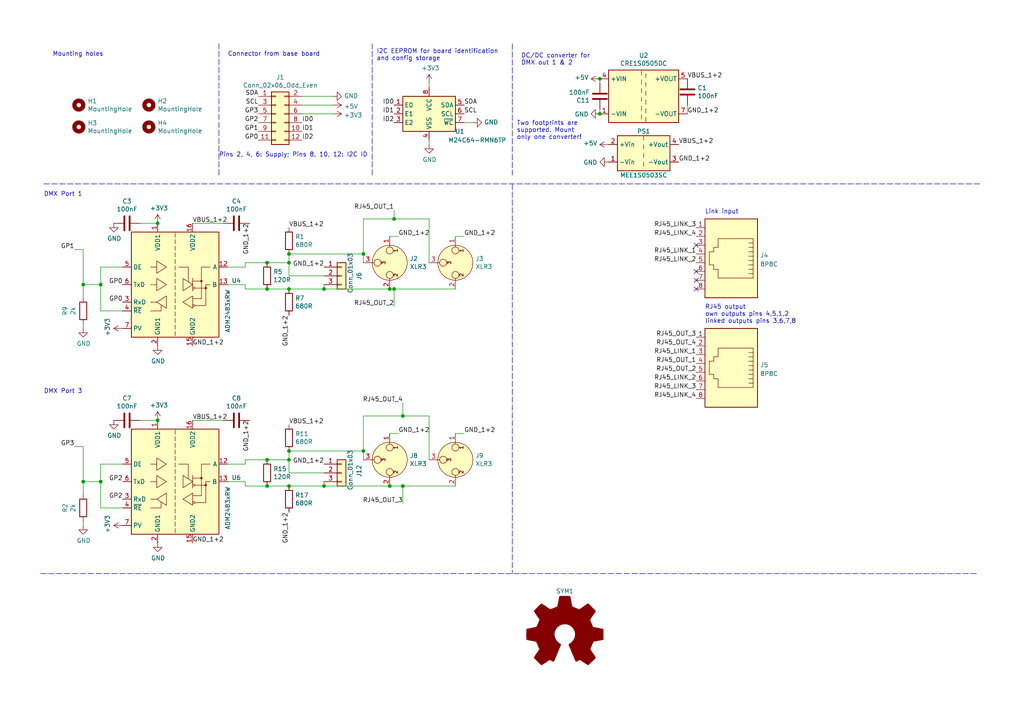
<source format=kicad_sch>
(kicad_sch (version 20231120) (generator "eeschema") (generator_version "8.0")
  (paper "A4")
  (title_block (title "rp2040_dongle_ioboard_2ports_rdm_isolated") (date "2022-11-30") (rev "0.6") (company "https://www.openlighting.org"))
  (lib_symbols
    (symbol "Connector:8P8C" (pin_names (offset 1.016))
      (property "Reference" "J" (at -5.08 13.97 0))
      (property "Value" "8P8C" (at 2.54 13.97 0))
      (symbol "8P8C_0_1"
        (polyline (pts (xy -5.08 4.445) (xy -6.35 4.445)))
        (polyline (pts (xy -5.08 5.715) (xy -6.35 5.715)))
        (polyline (pts (xy -6.35 -3.175) (xy -5.08 -3.175) (xy -5.08 -3.175)))
        (polyline (pts (xy -6.35 -1.905) (xy -5.08 -1.905) (xy -5.08 -1.905)))
        (polyline (pts (xy -6.35 -0.635) (xy -5.08 -0.635) (xy -5.08 -0.635)))
        (polyline (pts (xy -6.35 0.635) (xy -5.08 0.635) (xy -5.08 0.635)))
        (polyline (pts (xy -6.35 1.905) (xy -5.08 1.905) (xy -5.08 1.905)))
        (polyline (pts (xy -5.08 3.175) (xy -6.35 3.175) (xy -6.35 3.175)))
        (polyline (pts (xy -6.35 -4.445) (xy -6.35 6.985) (xy 3.81 6.985) (xy 3.81 4.445) (xy 5.08 4.445) (xy 5.08 3.175) (xy 6.35 3.175) (xy 6.35 -0.635) (xy 5.08 -0.635) (xy 5.08 -1.905) (xy 3.81 -1.905) (xy 3.81 -4.445) (xy -6.35 -4.445) (xy -6.35 -4.445)))
        (rectangle (start 7.62 12.7) (end -7.62 -10.16) (stroke (width 0.254)) (fill (type background)))
      )
      (symbol "8P8C_1_1"
        (pin passive line (at 10.16 -7.62 180) (length 2.54) (name "~") (number "1"))
        (pin passive line (at 10.16 -5.08 180) (length 2.54) (name "~") (number "2"))
        (pin passive line (at 10.16 -2.54 180) (length 2.54) (name "~") (number "3"))
        (pin passive line (at 10.16 0 180) (length 2.54) (name "~") (number "4"))
        (pin passive line (at 10.16 2.54 180) (length 2.54) (name "~") (number "5"))
        (pin passive line (at 10.16 5.08 180) (length 2.54) (name "~") (number "6"))
        (pin passive line (at 10.16 7.62 180) (length 2.54) (name "~") (number "7"))
        (pin passive line (at 10.16 10.16 180) (length 2.54) (name "~") (number "8"))
      )
    )
    (symbol "Connector:XLR3" (pin_names hide)
      (property "Reference" "J" (at 0 8.89 0))
      (property "Value" "XLR3" (at 0 6.35 0))
      (symbol "XLR3_0_1"
        (circle (center -3.556 0) (radius 1.016))
        (circle (center 0 -3.556) (radius 1.016))
        (polyline (pts (xy -5.08 0) (xy -4.572 0)))
        (polyline (pts (xy 0 -5.08) (xy 0 -4.572)))
        (polyline (pts (xy 5.08 0) (xy 4.572 0)))
        (circle (center 0 0) (radius 5.08) (fill (type background)))
        (circle (center 3.556 0) (radius 1.016))
        (text "1" (at -3.556 1.778 0) (effects (font (size 1.016 1.016) (bold yes))))
        (text "2" (at 3.556 1.778 0) (effects (font (size 1.016 1.016) (bold yes))))
        (text "3" (at 0 -1.778 0) (effects (font (size 1.016 1.016) (bold yes))))
        (pin passive line (at -7.62 0 0) (length 2.54) (name "~") (number "1"))
        (pin passive line (at 7.62 0 180) (length 2.54) (name "~") (number "2"))
        (pin passive line (at 0 -7.62 90) (length 2.54) (name "~") (number "3"))
      )
    )
    (symbol "Connector_Generic:Conn_01x03" (pin_names (offset 1.016) hide)
      (property "Reference" "J" (at 0 5.08 0))
      (property "Value" "Conn_01x03" (at 0 -5.08 0))
      (symbol "Conn_01x03_1_1"
        (rectangle (start -1.27 -2.413) (end 0 -2.667) (stroke (width 0.1524)))
        (rectangle (start -1.27 0.127) (end 0 -0.127) (stroke (width 0.1524)))
        (rectangle (start -1.27 2.667) (end 0 2.413) (stroke (width 0.1524)))
        (rectangle (start -1.27 3.81) (end 1.27 -3.81) (stroke (width 0.254)) (fill (type background)))
        (pin passive line (at -5.08 2.54 0) (length 3.81) (name "Pin_1") (number "1"))
        (pin passive line (at -5.08 0 0) (length 3.81) (name "Pin_2") (number "2"))
        (pin passive line (at -5.08 -2.54 0) (length 3.81) (name "Pin_3") (number "3"))
      )
    )
    (symbol "Connector_Generic:Conn_02x06_Odd_Even" (pin_names (offset 1.016) hide)
      (property "Reference" "J" (at 1.27 7.62 0))
      (property "Value" "Conn_02x06_Odd_Even" (at 1.27 -10.16 0))
      (symbol "Conn_02x06_Odd_Even_1_1"
        (rectangle (start -1.27 -7.493) (end 0 -7.747) (stroke (width 0.1524)))
        (rectangle (start -1.27 -4.953) (end 0 -5.207) (stroke (width 0.1524)))
        (rectangle (start -1.27 -2.413) (end 0 -2.667) (stroke (width 0.1524)))
        (rectangle (start -1.27 0.127) (end 0 -0.127) (stroke (width 0.1524)))
        (rectangle (start -1.27 2.667) (end 0 2.413) (stroke (width 0.1524)))
        (rectangle (start -1.27 5.207) (end 0 4.953) (stroke (width 0.1524)))
        (rectangle (start -1.27 6.35) (end 3.81 -8.89) (stroke (width 0.254)) (fill (type background)))
        (rectangle (start 3.81 -7.493) (end 2.54 -7.747) (stroke (width 0.1524)))
        (rectangle (start 3.81 -4.953) (end 2.54 -5.207) (stroke (width 0.1524)))
        (rectangle (start 3.81 -2.413) (end 2.54 -2.667) (stroke (width 0.1524)))
        (rectangle (start 3.81 0.127) (end 2.54 -0.127) (stroke (width 0.1524)))
        (rectangle (start 3.81 2.667) (end 2.54 2.413) (stroke (width 0.1524)))
        (rectangle (start 3.81 5.207) (end 2.54 4.953) (stroke (width 0.1524)))
        (pin passive line (at -5.08 5.08 0) (length 3.81) (name "Pin_1") (number "1"))
        (pin passive line (at 7.62 -5.08 180) (length 3.81) (name "Pin_10") (number "10"))
        (pin passive line (at -5.08 -7.62 0) (length 3.81) (name "Pin_11") (number "11"))
        (pin passive line (at 7.62 -7.62 180) (length 3.81) (name "Pin_12") (number "12"))
        (pin passive line (at 7.62 5.08 180) (length 3.81) (name "Pin_2") (number "2"))
        (pin passive line (at -5.08 2.54 0) (length 3.81) (name "Pin_3") (number "3"))
        (pin passive line (at 7.62 2.54 180) (length 3.81) (name "Pin_4") (number "4"))
        (pin passive line (at -5.08 0 0) (length 3.81) (name "Pin_5") (number "5"))
        (pin passive line (at 7.62 0 180) (length 3.81) (name "Pin_6") (number "6"))
        (pin passive line (at -5.08 -2.54 0) (length 3.81) (name "Pin_7") (number "7"))
        (pin passive line (at 7.62 -2.54 180) (length 3.81) (name "Pin_8") (number "8"))
        (pin passive line (at -5.08 -5.08 0) (length 3.81) (name "Pin_9") (number "9"))
      )
    )
    (symbol "Converter_DCDC:MEE1S0503SC"
      (property "Reference" "PS" (at -7.62 6.35 0))
      (property "Value" "MEE1S0503SC" (at 1.27 6.35 0))
      (symbol "MEE1S0503SC_0_0"
        (pin power_in line (at -10.16 -2.54 0) (length 2.54) (name "-Vin") (number "1"))
        (pin power_in line (at -10.16 2.54 0) (length 2.54) (name "+Vin") (number "2"))
        (pin power_out line (at 10.16 -2.54 180) (length 2.54) (name "-Vout") (number "3"))
        (pin power_out line (at 10.16 2.54 180) (length 2.54) (name "+Vout") (number "4"))
      )
      (symbol "MEE1S0503SC_0_1"
        (rectangle (start -7.62 5.08) (end 7.62 -5.08) (stroke (width 0.254)) (fill (type background)))
        (polyline (pts (xy 0 -2.54) (xy 0 -3.81)))
        (polyline (pts (xy 0 0) (xy 0 -1.27)))
        (polyline (pts (xy 0 2.54) (xy 0 1.27)))
        (polyline (pts (xy 0 5.08) (xy 0 3.81)))
      )
    )
    (symbol "Device:C" (pin_numbers hide) (pin_names (offset 0.254))
      (property "Reference" "C" (at 0.635 2.54 0))
      (property "Value" "C" (at 0.635 -2.54 0))
      (symbol "C_0_1"
        (polyline (pts (xy -2.032 -0.762) (xy 2.032 -0.762)) (stroke (width 0.508)))
        (polyline (pts (xy -2.032 0.762) (xy 2.032 0.762)) (stroke (width 0.508)))
      )
      (symbol "C_1_1"
        (pin passive line (at 0 3.81 270) (length 2.794) (name "~") (number "1"))
        (pin passive line (at 0 -3.81 90) (length 2.794) (name "~") (number "2"))
      )
    )
    (symbol "Device:R" (pin_numbers hide) (pin_names (offset 0))
      (property "Reference" "R" (at 2.032 0 90))
      (property "Value" "R" (at 0 0 90))
      (symbol "R_0_1"
        (rectangle (start -1.016 -2.54) (end 1.016 2.54) (stroke (width 0.254)))
      )
      (symbol "R_1_1"
        (pin passive line (at 0 3.81 270) (length 1.27) (name "~") (number "1"))
        (pin passive line (at 0 -3.81 90) (length 1.27) (name "~") (number "2"))
      )
    )
    (symbol "Graphic:Logo_Open_Hardware_Large" (in_bom no) (on_board no)
      (symbol "Logo_Open_Hardware_Large_1_1"
        (polyline (pts (xy 6.731 -8.7122) (xy 6.6294 -8.6614) (xy 6.35 -8.4836) (xy 5.9944 -8.255) (xy 5.5372 -7.9502) (xy 5.1054 -7.6454) (xy 4.7498 -7.4168) (xy 4.4958 -7.239) (xy 4.3942 -7.1882) (xy 4.318 -7.2136) (xy 4.1148 -7.3152) (xy 3.81 -7.4676) (xy 3.6322 -7.5692) (xy 3.3528 -7.6708) (xy 3.2258 -7.6962) (xy 3.2004 -7.6708) (xy 3.0988 -7.4676) (xy 2.9464 -7.0866) (xy 2.7178 -6.604) (xy 2.4892 -6.0452) (xy 2.2352 -5.4356) (xy 1.9558 -4.826) (xy 1.7272 -4.2164) (xy 1.4986 -3.683) (xy 1.3208 -3.2512) (xy 1.2192 -2.9464) (xy 1.1684 -2.8194) (xy 1.1938 -2.794) (xy 1.3208 -2.667) (xy 1.5748 -2.4892) (xy 2.0828 -2.0574) (xy 2.6162 -1.397) (xy 2.921 -0.6604) (xy 3.048 0.1524) (xy 2.9464 0.9144) (xy 2.6416 1.6256) (xy 2.1336 2.286) (xy 1.524 2.7686) (xy 0.8128 3.0734) (xy 0 3.175) (xy -0.762 3.0988) (xy -1.4986 2.794) (xy -2.159 2.286) (xy -2.4384 1.9812) (xy -2.8194 1.3208) (xy -3.048 0.6096) (xy -3.0734 0.4318) (xy -3.0226 -0.3556) (xy -2.794 -1.0922) (xy -2.3876 -1.7526) (xy -1.8288 -2.3114) (xy -1.7526 -2.3622) (xy -1.4732 -2.5654) (xy -1.2954 -2.6924) (xy -1.1684 -2.8194) (xy -2.159 -5.207) (xy -2.3114 -5.588) (xy -2.5908 -6.2484) (xy -2.8194 -6.8072) (xy -3.0226 -7.2644) (xy -3.1496 -7.5692) (xy -3.2258 -7.6708) (xy -3.2258 -7.6962) (xy -3.302 -7.6962) (xy -3.4798 -7.6454) (xy -3.8354 -7.4676) (xy -4.0386 -7.366) (xy -4.2926 -7.239) (xy -4.4196 -7.1882) (xy -4.5212 -7.239) (xy -4.7498 -7.3914) (xy -5.1054 -7.6454) (xy -5.5372 -7.9248) (xy -5.9436 -8.2042) (xy -6.3246 -8.4582) (xy -6.604 -8.636) (xy -6.731 -8.7122) (xy -6.7564 -8.7122) (xy -6.858 -8.636) (xy -7.0866 -8.4582) (xy -7.4168 -8.1534) (xy -7.874 -7.6962) (xy -7.9502 -7.62) (xy -8.3312 -7.239) (xy -8.636 -6.9088) (xy -8.8392 -6.6802) (xy -8.9154 -6.5786) (xy -8.9154 -6.5786) (xy -8.8392 -6.4516) (xy -8.6614 -6.1722) (xy -8.4328 -5.7912) (xy -8.128 -5.3594) (xy -7.3152 -4.191) (xy -7.7724 -3.0988) (xy -7.8994 -2.7686) (xy -8.0772 -2.3622) (xy -8.2042 -2.0828) (xy -8.255 -1.9558) (xy -8.382 -1.905) (xy -8.6614 -1.8542) (xy -9.0932 -1.7526) (xy -9.6266 -1.651) (xy -10.1092 -1.5748) (xy -10.541 -1.4732) (xy -10.8712 -1.4224) (xy -11.0236 -1.397) (xy -11.049 -1.3716) (xy -11.0744 -1.2954) (xy -11.0998 -1.143) (xy -11.0998 -0.889) (xy -11.1252 -0.4572) (xy -11.1252 0.1524) (xy -11.1252 0.2286) (xy -11.0998 0.8128) (xy -11.0998 1.27) (xy -11.0744 1.5494) (xy -11.0744 1.6764) (xy -11.0744 1.6764) (xy -10.922 1.7018) (xy -10.6172 1.778) (xy -10.16 1.8542) (xy -9.652 1.9558) (xy -9.6012 1.9812) (xy -9.0932 2.0828) (xy -8.636 2.159) (xy -8.3312 2.2352) (xy -8.2042 2.286) (xy -8.1788 2.3114) (xy -8.0772 2.5146) (xy -7.9248 2.8448) (xy -7.747 3.2512) (xy -7.5692 3.6576) (xy -7.4168 4.0386) (xy -7.3152 4.318) (xy -7.2898 4.445) (xy -7.2898 4.445) (xy -7.366 4.572) (xy -7.5438 4.826) (xy -7.7978 5.207) (xy -8.128 5.6642) (xy -8.128 5.6896) (xy -8.4328 6.1468) (xy -8.6868 6.5278) (xy -8.8392 6.7818) (xy -8.9154 6.9088) (xy -8.9154 6.9088) (xy -8.8138 7.0358) (xy -8.5852 7.2898) (xy -8.255 7.6454) (xy -7.874 8.0264) (xy -7.747 8.1534) (xy -7.3152 8.5852) (xy -7.0104 8.8646) (xy -6.8326 8.9916) (xy -6.731 9.0424) (xy -6.731 9.0424) (xy -6.604 8.9408) (xy -6.3246 8.763) (xy -5.9436 8.509) (xy -5.4864 8.2042) (xy -5.461 8.1788) (xy -5.0038 7.874) (xy -4.6482 7.62) (xy -4.3688 7.4422) (xy -4.2672 7.3914) (xy -4.2418 7.3914) (xy -4.064 7.4422) (xy -3.7338 7.5438) (xy -3.3528 7.6962) (xy -2.9464 7.874) (xy -2.5654 8.0264) (xy -2.286 8.1534) (xy -2.159 8.2296) (xy -2.159 8.2296) (xy -2.1082 8.382) (xy -2.032 8.7122) (xy -1.9304 9.1694) (xy -1.8288 9.7282) (xy -1.8034 9.8044) (xy -1.7018 10.3378) (xy -1.6256 10.7696) (xy -1.5748 11.0744) (xy -1.524 11.2014) (xy -1.4478 11.2268) (xy -1.1938 11.2522) (xy -0.8128 11.2522) (xy -0.3302 11.2522) (xy 0.1524 11.2522) (xy 0.6604 11.2522) (xy 1.0668 11.2268) (xy 1.3716 11.2014) (xy 1.4986 11.176) (xy 1.4986 11.176) (xy 1.5494 11.0236) (xy 1.6256 10.6934) (xy 1.7018 10.2108) (xy 1.8288 9.6774) (xy 1.8288 9.5758) (xy 1.9304 9.0424) (xy 2.032 8.6106) (xy 2.0828 8.3058) (xy 2.1336 8.2042) (xy 2.159 8.1788) (xy 2.3876 8.0772) (xy 2.7432 7.9248) (xy 3.175 7.747) (xy 4.191 7.3406) (xy 5.461 8.2042) (xy 5.5626 8.2804) (xy 6.0198 8.5852) (xy 6.3754 8.8392) (xy 6.6294 8.9916) (xy 6.7564 9.0424) (xy 6.7564 9.0424) (xy 6.8834 8.9408) (xy 7.1374 8.7122) (xy 7.4676 8.382) (xy 7.8486 7.9756) (xy 8.1534 7.6962) (xy 8.4836 7.3406) (xy 8.7122 7.112) (xy 8.8392 6.9596) (xy 8.8646 6.858) (xy 8.8646 6.8072) (xy 8.7884 6.6802) (xy 8.6106 6.4008) (xy 8.3312 6.0198) (xy 8.0264 5.588) (xy 7.7978 5.207) (xy 7.5184 4.8006) (xy 7.3406 4.4958) (xy 7.2898 4.3434) (xy 7.2898 4.2926) (xy 7.3914 4.0386) (xy 7.5184 3.683) (xy 7.7216 3.2258) (xy 8.1534 2.2352) (xy 8.7884 2.1082) (xy 9.1948 2.0574) (xy 9.7536 1.9304) (xy 10.2616 1.8288) (xy 11.0998 1.6764) (xy 11.1252 -1.3208) (xy 10.9982 -1.3716) (xy 10.8712 -1.397) (xy 10.5664 -1.4732) (xy 10.1346 -1.5494) (xy 9.6266 -1.651) (xy 9.1948 -1.7272) (xy 8.7376 -1.8288) (xy 8.4328 -1.8796) (xy 8.2804 -1.905) (xy 8.255 -1.9558) (xy 8.1534 -2.159) (xy 7.9756 -2.5146) (xy 7.8232 -2.921) (xy 7.6454 -3.3274) (xy 7.493 -3.7338) (xy 7.366 -4.0132) (xy 7.3406 -4.191) (xy 7.3914 -4.2926) (xy 7.5692 -4.5466) (xy 7.7978 -4.9276) (xy 8.1026 -5.3594) (xy 8.4074 -5.7912) (xy 8.6614 -6.1722) (xy 8.8138 -6.4262) (xy 8.89 -6.5532) (xy 8.8646 -6.6548) (xy 8.6868 -6.858) (xy 8.3566 -7.1882) (xy 7.874 -7.6708) (xy 7.7978 -7.747) (xy 7.3914 -8.128) (xy 7.0612 -8.4328) (xy 6.8326 -8.636) (xy 6.731 -8.7122)) (fill (type outline)))
      )
    )
    (symbol "Interface_UART:ADM2483xRW"
      (property "Reference" "U" (at -12.7 16.51 0))
      (property "Value" "ADM2483xRW" (at 6.35 16.51 0))
      (symbol "ADM2483xRW_0_0"
        (polyline (pts (xy 0 -13.589) (xy 0 -14.859)))
        (polyline (pts (xy 0 -11.684) (xy 0 -12.954)))
        (polyline (pts (xy 0 -9.779) (xy 0 -11.049)))
        (polyline (pts (xy 0 -7.874) (xy 0 -9.144)))
        (polyline (pts (xy 0 -5.969) (xy 0 -7.239)))
        (polyline (pts (xy 0 -4.064) (xy 0 -5.334)))
        (polyline (pts (xy 0 -2.159) (xy 0 -3.429)))
        (polyline (pts (xy 0 -0.254) (xy 0 -1.524)))
        (polyline (pts (xy 0 1.651) (xy 0 0.381)))
        (polyline (pts (xy 0 3.556) (xy 0 2.286)))
        (polyline (pts (xy 0 5.461) (xy 0 4.191)))
        (polyline (pts (xy 0 7.366) (xy 0 6.096)))
        (polyline (pts (xy 0 9.271) (xy 0 8.001)))
        (polyline (pts (xy 0 11.176) (xy 0 9.906)))
        (polyline (pts (xy 0 13.081) (xy 0 11.811)))
        (polyline (pts (xy 0 14.986) (xy 0 13.716)))
      )
      (symbol "ADM2483xRW_0_1"
        (rectangle (start -12.7 15.24) (end 12.7 -15.24) (stroke (width 0.254)) (fill (type background)))
        (polyline (pts (xy -5.334 -5.08) (xy -7.112 -5.08)))
        (polyline (pts (xy -5.334 0) (xy -7.112 0)))
        (polyline (pts (xy -5.334 5.08) (xy -7.112 5.08)))
        (polyline (pts (xy 5.08 1.016) (xy 7.62 1.016)))
        (polyline (pts (xy 5.08 1.905) (xy 5.08 -1.905)))
        (polyline (pts (xy 5.715 -1.016) (xy 8.89 -1.016)))
        (polyline (pts (xy -7.112 -7.62) (xy -4.064 -7.62) (xy -4.064 -5.969)))
        (polyline (pts (xy 1.016 5.08) (xy 3.81 5.08) (xy 3.81 0.889)))
        (polyline (pts (xy -5.334 -5.08) (xy -2.54 -3.302) (xy -2.54 -6.858) (xy -5.334 -5.08)))
        (polyline (pts (xy -2.54 0) (xy -5.334 1.778) (xy -5.334 -1.778) (xy -2.54 0)))
        (polyline (pts (xy -2.54 5.08) (xy -5.334 6.858) (xy -5.334 3.302) (xy -2.54 5.08)))
        (polyline (pts (xy 2.286 -5.08) (xy 5.08 -3.302) (xy 5.08 -6.858) (xy 2.286 -5.08)))
        (polyline (pts (xy 5.08 -4.064) (xy 7.62 -4.064) (xy 7.62 5.08) (xy 10.16 5.08)))
        (polyline (pts (xy 5.08 0) (xy 2.286 1.778) (xy 2.286 -1.778) (xy 5.08 0)))
        (polyline (pts (xy 5.715 -6.096) (xy 8.89 -6.096) (xy 8.89 0) (xy 10.16 0)))
        (circle (center 5.3848 -6.0706) (radius 0.3048))
        (circle (center 5.3848 -0.9906) (radius 0.3048))
        (circle (center 7.62 1.016) (radius 0.254) (fill (type outline)))
        (circle (center 8.89 -1.016) (radius 0.254) (fill (type outline)))
      )
      (symbol "ADM2483xRW_1_1"
        (pin power_in line (at -5.08 17.78 270) (length 2.54) (name "VDD1") (number "1"))
        (pin no_connect line (at 7.62 -15.24 90) (length 2.54) hide (name "NC") (number "10"))
        (pin no_connect line (at 12.7 -7.62 180) (length 2.54) hide (name "NC") (number "11"))
        (pin bidirectional line (at 15.24 5.08 180) (length 2.54) (name "A") (number "12"))
        (pin bidirectional line (at 15.24 0 180) (length 2.54) (name "B") (number "13"))
        (pin no_connect line (at 12.7 7.62 180) (length 2.54) hide (name "NC") (number "14"))
        (pin power_in line (at 5.08 -17.78 90) (length 2.54) (name "GND2") (number "15"))
        (pin power_in line (at 5.08 17.78 270) (length 2.54) (name "VDD2") (number "16"))
        (pin power_in line (at -5.08 -17.78 90) (length 2.54) (name "GND1") (number "2"))
        (pin output line (at -15.24 -5.08 0) (length 2.54) (name "RxD") (number "3"))
        (pin input line (at -15.24 -7.62 0) (length 2.54) (name "~{RE}") (number "4"))
        (pin input line (at -15.24 5.08 0) (length 2.54) (name "DE") (number "5"))
        (pin input line (at -15.24 0 0) (length 2.54) (name "TxD") (number "6"))
        (pin input line (at -15.24 -12.7 0) (length 2.54) (name "PV") (number "7"))
        (pin passive line (at -5.08 -17.78 90) (length 2.54) hide (name "GND1") (number "8"))
        (pin passive line (at 5.08 -17.78 90) (length 2.54) hide (name "GND2") (number "9"))
      )
    )
    (symbol "Mechanical:MountingHole" (pin_names (offset 1.016))
      (property "Reference" "H" (at 0 5.08 0))
      (property "Value" "MountingHole" (at 0 3.175 0))
      (symbol "MountingHole_0_1"
        (circle (center 0 0) (radius 1.27) (stroke (width 1.27)))
      )
    )
    (symbol "Memory_EEPROM:M24C02-WMN"
      (property "Reference" "U" (at -6.35 6.35 0))
      (property "Value" "M24C02-WMN" (at 7.62 6.35 0))
      (symbol "M24C02-WMN_0_1"
        (rectangle (start -7.62 5.08) (end 7.62 -5.08) (stroke (width 0.254)) (fill (type background)))
      )
      (symbol "M24C02-WMN_1_1"
        (pin input line (at -10.16 2.54 0) (length 2.54) (name "E0") (number "1"))
        (pin input line (at -10.16 0 0) (length 2.54) (name "E1") (number "2"))
        (pin input line (at -10.16 -2.54 0) (length 2.54) (name "E2") (number "3"))
        (pin power_in line (at 0 -7.62 90) (length 2.54) (name "VSS") (number "4"))
        (pin bidirectional line (at 10.16 2.54 180) (length 2.54) (name "SDA") (number "5"))
        (pin input line (at 10.16 0 180) (length 2.54) (name "SCL") (number "6"))
        (pin input line (at 10.16 -2.54 180) (length 2.54) (name "~{WC}") (number "7"))
        (pin power_in line (at 0 7.62 270) (length 2.54) (name "VCC") (number "8"))
      )
    )
    (symbol "Regulator_Switching:CRE1S0505DC"
      (property "Reference" "U" (at -8.89 8.89 0))
      (property "Value" "CRE1S0505DC" (at 2.54 8.89 0))
      (symbol "CRE1S0505DC_0_1"
        (rectangle (start -10.16 7.62) (end 10.16 -7.62) (stroke (width 0.254)) (fill (type background)))
        (polyline (pts (xy -0.635 -5.334) (xy -0.635 -6.604)))
        (polyline (pts (xy -0.635 -2.794) (xy -0.635 -4.064)))
        (polyline (pts (xy -0.635 -0.254) (xy -0.635 -1.524)))
        (polyline (pts (xy -0.635 2.286) (xy -0.635 1.016)))
        (polyline (pts (xy -0.635 4.826) (xy -0.635 3.556)))
        (polyline (pts (xy -0.635 7.366) (xy -0.635 6.096)))
        (polyline (pts (xy 0.635 -7.366) (xy 0.635 -6.096)))
        (polyline (pts (xy 0.635 -4.826) (xy 0.635 -3.556)))
        (polyline (pts (xy 0.635 -2.286) (xy 0.635 -1.016)))
        (polyline (pts (xy 0.635 0.254) (xy 0.635 1.524)))
        (polyline (pts (xy 0.635 2.794) (xy 0.635 4.064)))
        (polyline (pts (xy 0.635 5.334) (xy 0.635 6.604)))
      )
      (symbol "CRE1S0505DC_1_1"
        (pin power_in line (at -12.7 -5.08 0) (length 2.54) (name "-VIN") (number "1"))
        (pin power_in line (at -12.7 5.08 0) (length 2.54) (name "+VIN") (number "4"))
        (pin power_out line (at 12.7 5.08 180) (length 2.54) (name "+VOUT") (number "5"))
        (pin power_out line (at 12.7 -5.08 180) (length 2.54) (name "-VOUT") (number "7"))
      )
    )
    (symbol "ioboard_2ports_rdm_isolated-rescue:+3.3V-power" (power) (pin_names (offset 0))
      (property "Value" "+3.3V-power" (at 0 3.556 0))
      (symbol "+3.3V-power_0_1"
        (polyline (pts (xy -0.762 1.27) (xy 0 2.54)))
        (polyline (pts (xy 0 0) (xy 0 2.54)))
        (polyline (pts (xy 0 2.54) (xy 0.762 1.27)))
      )
      (symbol "+3.3V-power_1_1"
        (pin power_in line (at 0 0 90) (length 0) hide (name "+3V3") (number "1"))
      )
    )
    (symbol "power:+5V" (power) (pin_names (offset 0))
      (property "Value" "+5V" (at 0 3.556 0))
      (symbol "+5V_0_1"
        (polyline (pts (xy -0.762 1.27) (xy 0 2.54)))
        (polyline (pts (xy 0 0) (xy 0 2.54)))
        (polyline (pts (xy 0 2.54) (xy 0.762 1.27)))
      )
      (symbol "+5V_1_1"
        (pin power_in line (at 0 0 90) (length 0) hide (name "+5V") (number "1"))
      )
    )
    (symbol "power:GND" (power) (pin_names (offset 0))
      (property "Value" "GND" (at 0 -3.81 0))
      (symbol "GND_0_1"
        (polyline (pts (xy 0 0) (xy 0 -1.27) (xy 1.27 -1.27) (xy 0 -2.54) (xy -1.27 -1.27) (xy 0 -1.27)))
      )
      (symbol "GND_1_1"
        (pin power_in line (at 0 0 270) (length 0) hide (name "GND") (number "1"))
      )
    )
  )
  (junction (at 105.41 73.66))
  (junction (at 114.3 83.82))
  (junction (at 113.03 83.82))
  (junction (at 24.13 82.55))
  (junction (at 83.82 133.35))
  (junction (at 83.82 130.81))
  (junction (at 93.98 140.97))
  (junction (at 93.98 83.82))
  (junction (at 77.47 140.97))
  (junction (at 45.72 64.77))
  (junction (at 114.3 63.5))
  (junction (at 29.21 139.7))
  (junction (at 173.99 22.86))
  (junction (at 77.47 83.82))
  (junction (at 116.84 140.97))
  (junction (at 83.82 73.66))
  (junction (at 77.47 133.35))
  (junction (at 24.13 139.7))
  (junction (at 173.99 33.02))
  (junction (at 113.03 140.97))
  (junction (at 29.21 82.55))
  (junction (at 83.82 140.97))
  (junction (at 77.47 76.2))
  (junction (at 83.82 76.2))
  (junction (at 83.82 83.82))
  (junction (at 116.84 120.65))
  (junction (at 45.72 121.92))
  (junction (at 105.41 130.81))
  (no_connect (at 201.93 83.82))
  (no_connect (at 201.93 78.74))
  (no_connect (at 201.93 81.28))
  (no_connect (at 201.93 71.12))
  (polyline (pts (xy 12.7 53.34) (xy 284.48 53.34)) (stroke (width 0) (type dash)))
  (wire (pts (xy 124.46 24.13) (xy 124.46 25.4)))
  (wire (pts (xy 83.82 133.35) (xy 83.82 130.81)))
  (polyline (pts (xy 63.5 50.8) (xy 63.5 12.7)) (stroke (width 0) (type dash)))
  (wire (pts (xy 105.41 120.65) (xy 116.84 120.65)))
  (wire (pts (xy 66.04 77.47) (xy 71.12 77.47)))
  (wire (pts (xy 24.13 151.13) (xy 24.13 152.4)))
  (wire (pts (xy 55.88 64.77) (xy 64.77 64.77)))
  (wire (pts (xy 71.12 76.2) (xy 77.47 76.2)))
  (wire (pts (xy 105.41 63.5) (xy 114.3 63.5)))
  (wire (pts (xy 83.82 130.81) (xy 105.41 130.81)))
  (wire (pts (xy 83.82 137.16) (xy 93.98 137.16)))
  (wire (pts (xy 124.46 120.65) (xy 124.46 133.35)))
  (wire (pts (xy 55.88 121.92) (xy 64.77 121.92)))
  (wire (pts (xy 116.84 140.97) (xy 132.08 140.97)))
  (wire (pts (xy 66.04 134.62) (xy 71.12 134.62)))
  (wire (pts (xy 24.13 82.55) (xy 29.21 82.55)))
  (wire (pts (xy 83.82 140.97) (xy 93.98 140.97)))
  (wire (pts (xy 40.64 121.92) (xy 45.72 121.92)))
  (wire (pts (xy 116.84 116.84) (xy 116.84 120.65)))
  (wire (pts (xy 24.13 72.39) (xy 21.59 72.39)))
  (wire (pts (xy 114.3 83.82) (xy 114.3 88.9)))
  (wire (pts (xy 124.46 63.5) (xy 124.46 76.2)))
  (wire (pts (xy 24.13 139.7) (xy 29.21 139.7)))
  (wire (pts (xy 24.13 82.55) (xy 24.13 86.36)))
  (wire (pts (xy 93.98 83.82) (xy 113.03 83.82)))
  (wire (pts (xy 29.21 134.62) (xy 35.56 134.62)))
  (wire (pts (xy 71.12 82.55) (xy 71.12 83.82)))
  (wire (pts (xy 137.16 35.56) (xy 134.62 35.56)))
  (wire (pts (xy 96.52 30.48) (xy 87.63 30.48)))
  (wire (pts (xy 71.12 133.35) (xy 77.47 133.35)))
  (wire (pts (xy 71.12 134.62) (xy 71.12 133.35)))
  (wire (pts (xy 199.39 30.48) (xy 199.39 33.02)))
  (wire (pts (xy 116.84 120.65) (xy 124.46 120.65)))
  (wire (pts (xy 173.99 24.13) (xy 173.99 22.86)))
  (polyline (pts (xy 148.59 53.34) (xy 148.59 166.37)) (stroke (width 0) (type dash)))
  (wire (pts (xy 83.82 133.35) (xy 83.82 137.16)))
  (wire (pts (xy 40.64 64.77) (xy 45.72 64.77)))
  (wire (pts (xy 29.21 82.55) (xy 29.21 77.47)))
  (wire (pts (xy 113.03 125.73) (xy 115.57 125.73)))
  (wire (pts (xy 77.47 140.97) (xy 83.82 140.97)))
  (wire (pts (xy 105.41 73.66) (xy 105.41 63.5)))
  (polyline (pts (xy 283.21 166.37) (xy 11.43 166.37)) (stroke (width 0) (type dash)))
  (wire (pts (xy 66.04 82.55) (xy 71.12 82.55)))
  (wire (pts (xy 24.13 93.98) (xy 24.13 95.25)))
  (wire (pts (xy 71.12 83.82) (xy 77.47 83.82)))
  (wire (pts (xy 132.08 125.73) (xy 134.62 125.73)))
  (wire (pts (xy 105.41 133.35) (xy 105.41 130.81)))
  (wire (pts (xy 114.3 83.82) (xy 132.08 83.82)))
  (wire (pts (xy 114.3 60.96) (xy 114.3 63.5)))
  (wire (pts (xy 66.04 139.7) (xy 71.12 139.7)))
  (wire (pts (xy 24.13 139.7) (xy 24.13 129.54)))
  (wire (pts (xy 24.13 139.7) (xy 24.13 143.51)))
  (wire (pts (xy 29.21 139.7) (xy 29.21 147.32)))
  (wire (pts (xy 29.21 82.55) (xy 29.21 90.17)))
  (wire (pts (xy 83.82 80.01) (xy 93.98 80.01)))
  (wire (pts (xy 29.21 77.47) (xy 35.56 77.47)))
  (wire (pts (xy 116.84 140.97) (xy 116.84 146.05)))
  (wire (pts (xy 77.47 76.2) (xy 83.82 76.2)))
  (wire (pts (xy 114.3 63.5) (xy 124.46 63.5)))
  (wire (pts (xy 113.03 68.58) (xy 115.57 68.58)))
  (wire (pts (xy 113.03 140.97) (xy 116.84 140.97)))
  (wire (pts (xy 83.82 83.82) (xy 93.98 83.82)))
  (wire (pts (xy 83.82 73.66) (xy 105.41 73.66)))
  (wire (pts (xy 77.47 133.35) (xy 83.82 133.35)))
  (wire (pts (xy 71.12 140.97) (xy 77.47 140.97)))
  (wire (pts (xy 105.41 130.81) (xy 105.41 120.65)))
  (wire (pts (xy 77.47 83.82) (xy 83.82 83.82)))
  (wire (pts (xy 124.46 40.64) (xy 124.46 41.91)))
  (wire (pts (xy 96.52 33.02) (xy 87.63 33.02)))
  (wire (pts (xy 113.03 83.82) (xy 114.3 83.82)))
  (wire (pts (xy 71.12 77.47) (xy 71.12 76.2)))
  (wire (pts (xy 24.13 82.55) (xy 24.13 72.39)))
  (wire (pts (xy 105.41 76.2) (xy 105.41 73.66)))
  (wire (pts (xy 29.21 90.17) (xy 35.56 90.17)))
  (wire (pts (xy 93.98 83.82) (xy 93.98 82.55)))
  (wire (pts (xy 24.13 129.54) (xy 21.59 129.54)))
  (wire (pts (xy 93.98 140.97) (xy 113.03 140.97)))
  (polyline (pts (xy 148.59 12.7) (xy 148.59 50.8)) (stroke (width 0) (type dash)))
  (wire (pts (xy 132.08 68.58) (xy 134.62 68.58)))
  (wire (pts (xy 93.98 140.97) (xy 93.98 139.7)))
  (wire (pts (xy 173.99 31.75) (xy 173.99 33.02)))
  (wire (pts (xy 29.21 134.62) (xy 29.21 139.7)))
  (wire (pts (xy 83.82 76.2) (xy 83.82 73.66)))
  (wire (pts (xy 83.82 76.2) (xy 83.82 80.01)))
  (wire (pts (xy 71.12 139.7) (xy 71.12 140.97)))
  (wire (pts (xy 87.63 27.94) (xy 96.52 27.94)))
  (polyline (pts (xy 107.95 50.8) (xy 107.95 12.7)) (stroke (width 0) (type dash)))
  (wire (pts (xy 29.21 147.32) (xy 35.56 147.32)))
  (text "I2C EEPROM for board identification\nand config storage" (at 109.22 17.78 0) (effects (font (size 1.27 1.27)) (justify left bottom)))
  (text "DC/DC converter for\nDMX out 1 & 2" (at 151.13 19.05 0) (effects (font (size 1.27 1.27)) (justify left bottom)))
  (text "DMX Port 3" (at 12.7 114.3 0) (effects (font (size 1.27 1.27)) (justify left bottom)))
  (text "DMX Port 1" (at 12.7 57.15 0) (effects (font (size 1.27 1.27)) (justify left bottom)))
  (text "Pins 2, 4, 6: Supply; Pins 8, 10, 12: I2C ID" (at 63.5 45.72 0) (effects (font (size 1.27 1.27)) (justify left bottom)))
  (text "Connector from base board" (at 66.04 16.51 0) (effects (font (size 1.27 1.27)) (justify left bottom)))
  (text "Mounting holes" (at 15.24 16.51 0) (effects (font (size 1.27 1.27)) (justify left bottom)))
  (text "Link input" (at 204.47 62.23 0) (effects (font (size 1.27 1.27)) (justify left bottom)))
  (text "RJ45 output\nown outputs pins 4,5,1,2\nlinked outputs pins 3,6,7,8" (at 204.47 93.98 0) (effects (font (size 1.27 1.27)) (justify left bottom)))
  (text "Two footprints are\nsupported. Mount\nonly one converter!" (at 149.86 40.64 0) (effects (font (size 1.27 1.27)) (justify left bottom)))
  (label "GND_1+2" (at 83.82 148.59 270))
  (label "VBUS_1+2" (at 55.88 121.92 0))
  (label "RJ45_OUT_3" (at 116.84 146.05 180))
  (label "GND_1+2" (at 55.88 157.48 0))
  (label "ID1" (at 87.63 38.1 0))
  (label "VBUS_1+2" (at 83.82 66.04 0))
  (label "SDA" (at 74.93 27.94 180))
  (label "GND_1+2" (at 134.62 125.73 0))
  (label "SCL" (at 74.93 30.48 180))
  (label "GP0" (at 35.56 82.55 180))
  (label "GND_1+2" (at 55.88 100.33 0))
  (label "RJ45_OUT_3" (at 201.93 97.79 180))
  (label "RJ45_OUT_1" (at 114.3 60.96 180))
  (label "ID1" (at 114.3 33.02 180))
  (label "GP2" (at 35.56 144.78 180))
  (label "RJ45_OUT_4" (at 201.93 100.33 180))
  (label "ID0" (at 114.3 30.48 180))
  (label "ID2" (at 114.3 35.56 180))
  (label "RJ45_LINK_3" (at 201.93 113.03 180))
  (label "GP1" (at 21.59 72.39 180))
  (label "GND_1+2" (at 134.62 68.58 0))
  (label "GP3" (at 21.59 129.54 180))
  (label "GND_1+2" (at 199.39 33.02 0))
  (label "VBUS_1+2" (at 83.82 123.19 0))
  (label "GP3" (at 74.93 33.02 180))
  (label "GP2" (at 35.56 139.7 180))
  (label "VBUS_1+2" (at 55.88 64.77 0))
  (label "RJ45_OUT_2" (at 114.3 88.9 180))
  (label "GND_1+2" (at 93.98 77.47 180))
  (label "GND_1+2" (at 72.39 121.92 270))
  (label "RJ45_LINK_1" (at 201.93 73.66 180))
  (label "RJ45_LINK_3" (at 201.93 66.04 180))
  (label "VBUS_1+2" (at 199.39 22.86 0))
  (label "GND_1+2" (at 72.39 64.77 270))
  (label "GP0" (at 74.93 40.64 180))
  (label "GND_1+2" (at 115.57 68.58 0))
  (label "GP0" (at 35.56 87.63 180))
  (label "GND_1+2" (at 196.85 46.99 0))
  (label "GP1" (at 74.93 38.1 180))
  (label "RJ45_OUT_1" (at 201.93 105.41 180))
  (label "RJ45_LINK_4" (at 201.93 115.57 180))
  (label "GND_1+2" (at 83.82 91.44 270))
  (label "RJ45_LINK_1" (at 201.93 102.87 180))
  (label "VBUS_1+2" (at 196.85 41.91 0))
  (label "SCL" (at 134.62 33.02 0))
  (label "RJ45_LINK_2" (at 201.93 76.2 180))
  (label "ID0" (at 87.63 35.56 0))
  (label "RJ45_LINK_4" (at 201.93 68.58 180))
  (label "RJ45_OUT_4" (at 116.84 116.84 180))
  (label "GND_1+2" (at 115.57 125.73 0))
  (label "SDA" (at 134.62 30.48 0))
  (label "RJ45_OUT_2" (at 201.93 107.95 180))
  (label "GND_1+2" (at 93.98 134.62 180))
  (label "GP2" (at 74.93 35.56 180))
  (label "RJ45_LINK_2" (at 201.93 110.49 180))
  (label "ID2" (at 87.63 40.64 0))
  (symbol (lib_id "Connector_Generic:Conn_02x06_Odd_Even") (at 80.01 33.02 0) (unit 1)
    (property "Reference" "J1" (at 81.28 22.4282 0))
    (property "Value" "Conn_02x06_Odd_Even" (at 81.28 24.7396 0))
    (property "Footprint" "Connector_PinHeader_2.54mm:PinHeader_2x06_P2.54mm_Vertical" (effects (hide yes)))
  )
  (symbol (lib_id "power:GND") (at 96.52 27.94 90) (unit 1)
    (property "Reference" "#PWR04" (effects (hide yes)))
    (property "Value" "GND" (at 99.7712 27.813 90) (effects (justify right)))
  )
  (symbol (lib_id "power:+5V") (at 96.52 30.48 270) (unit 1)
    (property "Reference" "#PWR05" (effects (hide yes)))
    (property "Value" "+5V" (at 99.7712 30.861 90) (effects (justify left)))
  )
  (symbol (lib_id "ioboard_2ports_rdm_isolated-rescue:+3.3V-power") (at 96.52 33.02 270) (unit 1)
    (property "Reference" "#PWR06" (effects (hide yes)))
    (property "Value" "+3V3" (at 99.7712 33.401 90) (effects (justify left)))
  )
  (symbol (lib_id "Memory_EEPROM:M24C02-WMN") (at 124.46 33.02 0) (unit 1)
    (property "Reference" "U1" (at 133.35 38.1 0))
    (property "Value" "M24C64-RMN6TP" (at 138.43 40.64 0))
    (property "Footprint" "Package_SO:SOIC-8_3.9x4.9mm_P1.27mm" (effects (hide yes)))
    (property "Datasheet" "http://www.st.com/content/ccc/resource/technical/document/datasheet/b0/d8/50/40/5a/85/49/6f/DM00071904.pdf/files/DM00071904.pdf/jcr:content/translations/en.DM00071904.pdf" (effects (hide yes)))
    (property "LCSC" "C79988" (effects (hide yes)))
  )
  (symbol (lib_id "ioboard_2ports_rdm_isolated-rescue:+3.3V-power") (at 124.46 24.13 0) (unit 1)
    (property "Reference" "#PWR01" (effects (hide yes)))
    (property "Value" "+3V3" (at 124.841 19.7358 0))
  )
  (symbol (lib_id "power:GND") (at 124.46 41.91 0) (unit 1)
    (property "Reference" "#PWR010" (effects (hide yes)))
    (property "Value" "GND" (at 124.587 46.3042 0))
  )
  (symbol (lib_id "power:GND") (at 137.16 35.56 90) (unit 1)
    (property "Reference" "#PWR07" (effects (hide yes)))
    (property "Value" "GND" (at 140.4112 35.433 90) (effects (justify right)))
  )
  (symbol (lib_id "Interface_UART:ADM2483xRW") (at 50.8 82.55 0) (unit 1)
    (property "Reference" "U4" (at 67.1576 81.3816 0) (effects (justify left)))
    (property "Value" "ADM2483xRW" (at 66.04 96.52 90) (effects (justify left)))
    (property "Footprint" "Package_SO:SOIC-16W_7.5x10.3mm_P1.27mm" (effects (hide yes)))
    (property "Datasheet" "https://www.analog.com/media/en/technical-documentation/data-sheets/adm2483.pdf" (effects (hide yes)))
    (property "LCSC" "C9637" (effects (hide yes)))
  )
  (symbol (lib_id "Device:R") (at 24.13 90.17 180) (unit 1)
    (property "Reference" "R9" (at 18.8722 90.17 90))
    (property "Value" "2k" (at 21.1836 90.17 90))
    (property "Footprint" "Resistor_SMD:R_0805_2012Metric_Pad1.20x1.40mm_HandSolder" (effects (hide yes)))
    (property "LCSC" "C17604" (effects (hide yes)))
  )
  (symbol (lib_id "ioboard_2ports_rdm_isolated-rescue:+3.3V-power") (at 45.72 64.77 0) (unit 1)
    (property "Reference" "#PWR012" (effects (hide yes)))
    (property "Value" "+3V3" (at 46.101 60.3758 0))
  )
  (symbol (lib_id "power:GND") (at 24.13 95.25 0) (unit 1)
    (property "Reference" "#PWR017" (effects (hide yes)))
    (property "Value" "GND" (at 24.257 99.6442 0))
  )
  (symbol (lib_id "Device:R") (at 77.47 80.01 180) (unit 1)
    (property "Reference" "R5" (at 79.248 78.8416 0) (effects (justify right)))
    (property "Value" "120R" (at 79.248 81.153 0) (effects (justify right)))
    (property "Footprint" "Resistor_SMD:R_0603_1608Metric_Pad0.98x0.95mm_HandSolder" (effects (hide yes)))
    (property "LCSC" "C22787" (effects (hide yes)))
  )
  (symbol (lib_id "Connector_Generic:Conn_01x03") (at 99.06 80.01 0) (unit 1)
    (property "Reference" "J6" (at 104.14 81.28 90) (effects (justify left)))
    (property "Value" "Conn_01x03" (at 101.6 85.09 90) (effects (justify left)))
    (property "Footprint" "Connector_PinHeader_2.54mm:PinHeader_1x03_P2.54mm_Vertical" (effects (hide yes)))
  )
  (symbol (lib_id "Connector:XLR3") (at 113.03 76.2 270) (unit 1)
    (property "Reference" "J2" (at 118.8212 75.0316 90) (effects (justify left)))
    (property "Value" "XLR3" (at 118.8212 77.343 90) (effects (justify left)))
    (property "Footprint" "Connector_Audio:Jack_XLR_Neutrik_NC3FAAH_Horizontal" (effects (hide yes)))
    (property "Datasheet" " ~" (effects (hide yes)))
  )
  (symbol (lib_id "ioboard_2ports_rdm_isolated-rescue:+3.3V-power") (at 35.56 95.25 90) (unit 1)
    (property "Reference" "#PWR018" (effects (hide yes)))
    (property "Value" "+3V3" (at 31.1658 94.869 0))
  )
  (symbol (lib_id "Mechanical:MountingHole") (at 22.86 30.48 0) (unit 1)
    (property "Reference" "H1" (at 25.4 29.3116 0) (effects (justify left)))
    (property "Value" "MountingHole" (at 25.4 31.623 0) (effects (justify left)))
    (property "Footprint" "MountingHole:MountingHole_3.2mm_M3" (effects (hide yes)))
  )
  (symbol (lib_id "Mechanical:MountingHole") (at 43.18 30.48 0) (unit 1)
    (property "Reference" "H2" (at 45.72 29.3116 0) (effects (justify left)))
    (property "Value" "MountingHole" (at 45.72 31.623 0) (effects (justify left)))
    (property "Footprint" "MountingHole:MountingHole_3.2mm_M3" (effects (hide yes)))
  )
  (symbol (lib_id "Mechanical:MountingHole") (at 22.86 36.83 0) (unit 1)
    (property "Reference" "H3" (at 25.4 35.6616 0) (effects (justify left)))
    (property "Value" "MountingHole" (at 25.4 37.973 0) (effects (justify left)))
    (property "Footprint" "MountingHole:MountingHole_3.2mm_M3" (effects (hide yes)))
  )
  (symbol (lib_id "Mechanical:MountingHole") (at 43.18 36.83 0) (unit 1)
    (property "Reference" "H4" (at 45.72 35.6616 0) (effects (justify left)))
    (property "Value" "MountingHole" (at 45.72 37.973 0) (effects (justify left)))
    (property "Footprint" "MountingHole:MountingHole_3.2mm_M3" (effects (hide yes)))
  )
  (symbol (lib_id "power:GND") (at 45.72 100.33 0) (unit 1)
    (property "Reference" "#PWR021" (effects (hide yes)))
    (property "Value" "GND" (at 45.847 104.7242 0))
  )
  (symbol (lib_id "Regulator_Switching:CRE1S0505DC") (at 186.69 27.94 0) (unit 1)
    (property "Reference" "U2" (at 186.69 16.0782 0))
    (property "Value" "CRE1S0505DC" (at 186.69 18.3896 0))
    (property "Footprint" "Converter_DCDC:Converter_DCDC_muRata_CRE1xxxxxxDC_THT" (effects (hide yes)))
    (property "Datasheet" "http://power.murata.com/datasheet?/data/power/ncl/kdc_cre1.pdf" (effects (hide yes)))
  )
  (symbol (lib_id "power:+5V") (at 173.99 22.86 90) (unit 1)
    (property "Reference" "#PWR02" (effects (hide yes)))
    (property "Value" "+5V" (at 170.7388 22.479 90) (effects (justify left)))
  )
  (symbol (lib_id "power:GND") (at 173.99 33.02 270) (unit 1)
    (property "Reference" "#PWR08" (effects (hide yes)))
    (property "Value" "GND" (at 170.7388 33.147 90) (effects (justify right)))
  )
  (symbol (lib_id "Device:R") (at 24.13 147.32 180) (unit 1)
    (property "Reference" "R2" (at 18.8722 147.32 90))
    (property "Value" "2k" (at 21.1836 147.32 90))
    (property "Footprint" "Resistor_SMD:R_0805_2012Metric_Pad1.20x1.40mm_HandSolder" (effects (hide yes)))
    (property "LCSC" "C17604" (effects (hide yes)))
  )
  (symbol (lib_id "power:GND") (at 24.13 152.4 0) (unit 1)
    (property "Reference" "#PWR03" (effects (hide yes)))
    (property "Value" "GND" (at 24.257 156.7942 0))
  )
  (symbol (lib_id "ioboard_2ports_rdm_isolated-rescue:+3.3V-power") (at 45.72 121.92 0) (unit 1)
    (property "Reference" "#PWR024" (effects (hide yes)))
    (property "Value" "+3V3" (at 46.101 117.5258 0))
  )
  (symbol (lib_id "Device:R") (at 77.47 137.16 180) (unit 1)
    (property "Reference" "R15" (at 79.248 135.9916 0) (effects (justify right)))
    (property "Value" "120R" (at 79.248 138.303 0) (effects (justify right)))
    (property "Footprint" "Resistor_SMD:R_0603_1608Metric_Pad0.98x0.95mm_HandSolder" (effects (hide yes)))
    (property "LCSC" "C22787" (effects (hide yes)))
  )
  (symbol (lib_id "Connector_Generic:Conn_01x03") (at 99.06 137.16 0) (unit 1)
    (property "Reference" "J12" (at 104.14 138.43 90) (effects (justify left)))
    (property "Value" "Conn_01x03" (at 101.6 142.24 90) (effects (justify left)))
    (property "Footprint" "Connector_PinHeader_2.54mm:PinHeader_1x03_P2.54mm_Vertical" (effects (hide yes)))
  )
  (symbol (lib_id "Connector:XLR3") (at 113.03 133.35 270) (unit 1)
    (property "Reference" "J8" (at 118.8212 132.1816 90) (effects (justify left)))
    (property "Value" "XLR3" (at 118.8212 134.493 90) (effects (justify left)))
    (property "Footprint" "Connector_Audio:Jack_XLR_Neutrik_NC3FAAH_Horizontal" (effects (hide yes)))
    (property "Datasheet" " ~" (effects (hide yes)))
  )
  (symbol (lib_id "Interface_UART:ADM2483xRW") (at 50.8 139.7 0) (unit 1)
    (property "Reference" "U6" (at 67.1576 138.5316 0) (effects (justify left)))
    (property "Value" "ADM2483xRW" (at 66.04 153.67 90) (effects (justify left)))
    (property "Footprint" "Package_SO:SOIC-16W_7.5x10.3mm_P1.27mm" (effects (hide yes)))
    (property "Datasheet" "https://www.analog.com/media/en/technical-documentation/data-sheets/adm2483.pdf" (effects (hide yes)))
    (property "LCSC" "C9637" (effects (hide yes)))
  )
  (symbol (lib_id "ioboard_2ports_rdm_isolated-rescue:+3.3V-power") (at 35.56 152.4 90) (unit 1)
    (property "Reference" "#PWR030" (effects (hide yes)))
    (property "Value" "+3V3" (at 31.1658 152.019 0))
  )
  (symbol (lib_id "power:GND") (at 45.72 157.48 0) (unit 1)
    (property "Reference" "#PWR033" (effects (hide yes)))
    (property "Value" "GND" (at 45.847 161.8742 0))
  )
  (symbol (lib_id "Device:R") (at 83.82 127 180) (unit 1)
    (property "Reference" "R11" (at 85.598 125.8316 0) (effects (justify right)))
    (property "Value" "680R" (at 85.598 128.143 0) (effects (justify right)))
    (property "Footprint" "Resistor_SMD:R_0603_1608Metric_Pad0.98x0.95mm_HandSolder" (effects (hide yes)))
    (property "LCSC" "C23228" (effects (hide yes)))
  )
  (symbol (lib_id "Device:R") (at 83.82 144.78 180) (unit 1)
    (property "Reference" "R17" (at 85.598 143.6116 0) (effects (justify right)))
    (property "Value" "680R" (at 85.598 145.923 0) (effects (justify right)))
    (property "Footprint" "Resistor_SMD:R_0603_1608Metric_Pad0.98x0.95mm_HandSolder" (effects (hide yes)))
    (property "LCSC" "C23228" (effects (hide yes)))
  )
  (symbol (lib_id "Device:C") (at 36.83 121.92 270) (unit 1)
    (property "Reference" "C7" (at 36.83 115.5192 90))
    (property "Value" "100nF" (at 36.83 117.8306 90))
    (property "Footprint" "Capacitor_SMD:C_0603_1608Metric" (effects (hide yes)))
    (property "LCSC" "C14663" (effects (hide yes)))
  )
  (symbol (lib_id "power:GND") (at 33.02 121.92 0) (unit 1)
    (property "Reference" "#PWR023" (effects (hide yes)))
    (property "Value" "GND" (at 33.147 126.3142 0))
  )
  (symbol (lib_id "Device:C") (at 68.58 121.92 270) (unit 1)
    (property "Reference" "C8" (at 68.58 115.5192 90))
    (property "Value" "100nF" (at 68.58 117.8306 90))
    (property "Footprint" "Capacitor_SMD:C_0603_1608Metric" (effects (hide yes)))
    (property "LCSC" "C14663" (effects (hide yes)))
  )
  (symbol (lib_id "Connector:XLR3") (at 132.08 133.35 270) (unit 1)
    (property "Reference" "J9" (at 137.8712 132.1816 90) (effects (justify left)))
    (property "Value" "XLR3" (at 137.8712 134.493 90) (effects (justify left)))
    (property "Footprint" "NC3FD-H:Jack_XLR_Neutrik_NC3FD-H_Horizontal" (effects (hide yes)))
    (property "Datasheet" " ~" (effects (hide yes)))
  )
  (symbol (lib_id "Device:C") (at 173.99 27.94 0) (unit 1)
    (property "Reference" "C11" (at 171.069 29.1084 0) (effects (justify right)))
    (property "Value" "100nF" (at 171.069 26.797 0) (effects (justify right)))
    (property "Footprint" "Capacitor_SMD:C_0603_1608Metric" (effects (hide yes)))
    (property "LCSC" "C14663" (effects (hide yes)))
  )
  (symbol (lib_id "Converter_DCDC:MEE1S0503SC") (at 186.69 44.45 0) (unit 1)
    (property "Reference" "PS1" (at 186.69 38.1 0))
    (property "Value" "MEE1S0503SC" (at 186.69 50.8 0))
    (property "Footprint" "Converter_DCDC:Converter_DCDC_muRata_CRE1xxxxxx3C_THT" (effects (hide yes)))
    (property "Datasheet" "https://power.murata.com/pub/data/power/ncl/kdc_mee1.pdf" (effects (hide yes)))
  )
  (symbol (lib_id "power:+5V") (at 176.53 41.91 90) (unit 1)
    (property "Reference" "#PWR035" (effects (hide yes)))
    (property "Value" "+5V" (at 173.2788 41.529 90) (effects (justify left)))
  )
  (symbol (lib_id "power:GND") (at 176.53 46.99 270) (unit 1)
    (property "Reference" "#PWR037" (effects (hide yes)))
    (property "Value" "GND" (at 173.2788 47.117 90) (effects (justify right)))
  )
  (symbol (lib_id "Device:R") (at 83.82 69.85 180) (unit 1)
    (property "Reference" "R1" (at 85.598 68.6816 0) (effects (justify right)))
    (property "Value" "680R" (at 85.598 70.993 0) (effects (justify right)))
    (property "Footprint" "Resistor_SMD:R_0603_1608Metric_Pad0.98x0.95mm_HandSolder" (effects (hide yes)))
    (property "LCSC" "C23228" (effects (hide yes)))
  )
  (symbol (lib_id "Device:R") (at 83.82 87.63 180) (unit 1)
    (property "Reference" "R7" (at 85.598 86.4616 0) (effects (justify right)))
    (property "Value" "680R" (at 85.598 88.773 0) (effects (justify right)))
    (property "Footprint" "Resistor_SMD:R_0603_1608Metric_Pad0.98x0.95mm_HandSolder" (effects (hide yes)))
    (property "LCSC" "C23228" (effects (hide yes)))
  )
  (symbol (lib_id "Device:C") (at 36.83 64.77 270) (unit 1)
    (property "Reference" "C3" (at 36.83 58.3692 90))
    (property "Value" "100nF" (at 36.83 60.6806 90))
    (property "Footprint" "Capacitor_SMD:C_0603_1608Metric" (effects (hide yes)))
    (property "LCSC" "C14663" (effects (hide yes)))
  )
  (symbol (lib_id "power:GND") (at 33.02 64.77 0) (unit 1)
    (property "Reference" "#PWR011" (effects (hide yes)))
    (property "Value" "GND" (at 33.147 69.1642 0))
  )
  (symbol (lib_id "Device:C") (at 68.58 64.77 270) (unit 1)
    (property "Reference" "C4" (at 68.58 58.3692 90))
    (property "Value" "100nF" (at 68.58 60.6806 90))
    (property "Footprint" "Capacitor_SMD:C_0603_1608Metric" (effects (hide yes)))
    (property "LCSC" "C14663" (effects (hide yes)))
  )
  (symbol (lib_id "Device:C") (at 199.39 26.67 180) (unit 1)
    (property "Reference" "C1" (at 202.311 25.5016 0) (effects (justify right)))
    (property "Value" "100nF" (at 202.311 27.813 0) (effects (justify right)))
    (property "Footprint" "Capacitor_SMD:C_0603_1608Metric" (effects (hide yes)))
    (property "LCSC" "C14663" (effects (hide yes)))
  )
  (symbol (lib_id "Connector:XLR3") (at 132.08 76.2 270) (unit 1)
    (property "Reference" "J3" (at 137.8712 75.0316 90) (effects (justify left)))
    (property "Value" "XLR3" (at 137.8712 77.343 90) (effects (justify left)))
    (property "Footprint" "NC3FD-H:Jack_XLR_Neutrik_NC3FD-H_Horizontal" (effects (hide yes)))
    (property "Datasheet" " ~" (effects (hide yes)))
  )
  (symbol (lib_id "Connector:8P8C") (at 212.09 73.66 180) (unit 1)
    (property "Reference" "J4" (at 220.472 74.0953 0) (effects (justify right)))
    (property "Value" "8P8C" (at 220.472 76.6322 0) (effects (justify right)))
    (property "Footprint" "RJ45_Sparkfun:RJ45_Sparkfun" (effects (hide yes)))
  )
  (symbol (lib_id "Connector:8P8C") (at 212.09 105.41 180) (unit 1)
    (property "Reference" "J5" (at 220.472 105.8453 0) (effects (justify right)))
    (property "Value" "8P8C" (at 220.472 108.3822 0) (effects (justify right)))
    (property "Footprint" "RJ45_Sparkfun:RJ45_Sparkfun" (effects (hide yes)))
  )
  (symbol (lib_id "Graphic:Logo_Open_Hardware_Large") (at 163.83 184.15 0) (unit 1) (exclude_from_sim yes) (in_bom no)
    (property "Reference" "SYM1" (at 163.83 171.45 0))
    (property "Value" "Logo_Open_Hardware_Large" (effects (hide yes)))
    (property "Footprint" "Symbol:OSHW-Logo2_14.6x12mm_SilkScreen" (effects (hide yes)))
    (property "Description" "Open Hardware logo, large" (effects (hide yes)))
  )
)
</source>
